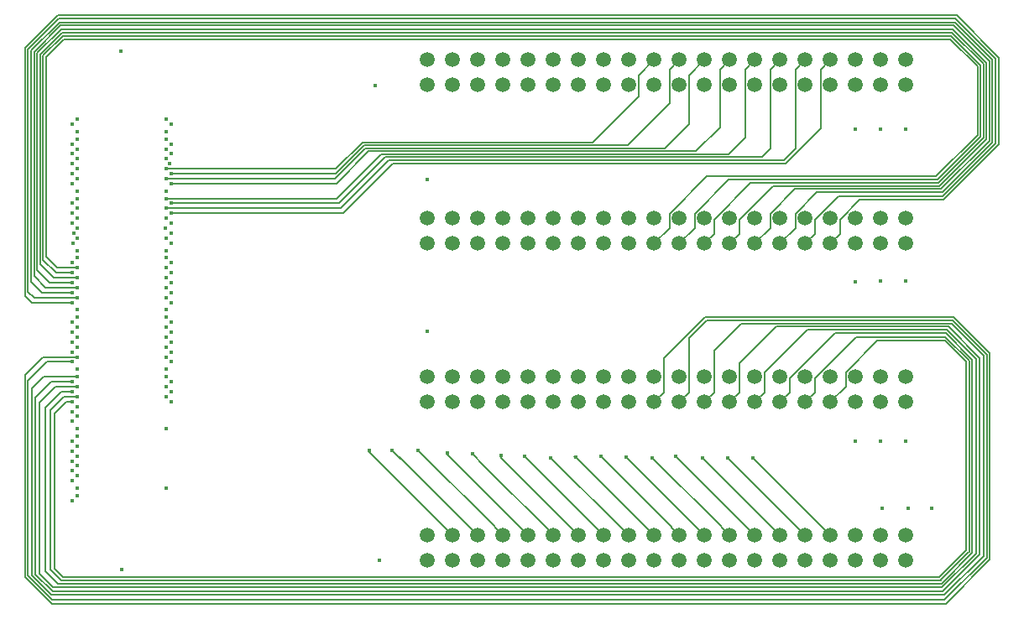
<source format=gbr>
%TF.GenerationSoftware,KiCad,Pcbnew,(5.1.5-0-10_14)*%
%TF.CreationDate,2020-01-28T13:49:23+01:00*%
%TF.ProjectId,multiblade_adapter,6d756c74-6962-46c6-9164-655f61646170,rev?*%
%TF.SameCoordinates,Original*%
%TF.FileFunction,Copper,L2,Inr*%
%TF.FilePolarity,Positive*%
%FSLAX46Y46*%
G04 Gerber Fmt 4.6, Leading zero omitted, Abs format (unit mm)*
G04 Created by KiCad (PCBNEW (5.1.5-0-10_14)) date 2020-01-28 13:49:23*
%MOMM*%
%LPD*%
G04 APERTURE LIST*
%ADD10C,1.500000*%
%ADD11C,0.400000*%
%ADD12C,0.150000*%
G04 APERTURE END LIST*
D10*
X109110000Y-107290000D03*
X109110000Y-104750000D03*
X106570000Y-107290000D03*
X106570000Y-104750000D03*
X104030000Y-107290000D03*
X104030000Y-104750000D03*
X101490000Y-107290000D03*
X101490000Y-104750000D03*
X98950000Y-107290000D03*
X98950000Y-104750000D03*
X96410000Y-107290000D03*
X96410000Y-104750000D03*
X93870000Y-107290000D03*
X93870000Y-104750000D03*
X91330000Y-107290000D03*
X91330000Y-104750000D03*
X88790000Y-107290000D03*
X88790000Y-104750000D03*
X86250000Y-107290000D03*
X86250000Y-104750000D03*
X83710000Y-107290000D03*
X83710000Y-104750000D03*
X81170000Y-107290000D03*
X81170000Y-104750000D03*
X78630000Y-107290000D03*
X78630000Y-104750000D03*
X76090000Y-107290000D03*
X76090000Y-104750000D03*
X73550000Y-107290000D03*
X73550000Y-104750000D03*
X71010000Y-107290000D03*
X71010000Y-104750000D03*
X68470000Y-107290000D03*
X68470000Y-104750000D03*
X65930000Y-107290000D03*
X65930000Y-104750000D03*
X63390000Y-107290000D03*
X63390000Y-104750000D03*
X60850000Y-107290000D03*
X60850000Y-104750000D03*
X109110000Y-123290000D03*
X109110000Y-120750000D03*
X106570000Y-123290000D03*
X106570000Y-120750000D03*
X104030000Y-123290000D03*
X104030000Y-120750000D03*
X101490000Y-123290000D03*
X101490000Y-120750000D03*
X98950000Y-123290000D03*
X98950000Y-120750000D03*
X96410000Y-123290000D03*
X96410000Y-120750000D03*
X93870000Y-123290000D03*
X93870000Y-120750000D03*
X91330000Y-123290000D03*
X91330000Y-120750000D03*
X88790000Y-123290000D03*
X88790000Y-120750000D03*
X86250000Y-123290000D03*
X86250000Y-120750000D03*
X83710000Y-123290000D03*
X83710000Y-120750000D03*
X81170000Y-123290000D03*
X81170000Y-120750000D03*
X78630000Y-123290000D03*
X78630000Y-120750000D03*
X76090000Y-123290000D03*
X76090000Y-120750000D03*
X73550000Y-123290000D03*
X73550000Y-120750000D03*
X71010000Y-123290000D03*
X71010000Y-120750000D03*
X68470000Y-123290000D03*
X68470000Y-120750000D03*
X65930000Y-123290000D03*
X65930000Y-120750000D03*
X63390000Y-123290000D03*
X63390000Y-120750000D03*
X60850000Y-123290000D03*
X60850000Y-120750000D03*
X109110000Y-139290000D03*
X109110000Y-136750000D03*
X106570000Y-139290000D03*
X106570000Y-136750000D03*
X104030000Y-139290000D03*
X104030000Y-136750000D03*
X101490000Y-139290000D03*
X101490000Y-136750000D03*
X98950000Y-139290000D03*
X98950000Y-136750000D03*
X96410000Y-139290000D03*
X96410000Y-136750000D03*
X93870000Y-139290000D03*
X93870000Y-136750000D03*
X91330000Y-139290000D03*
X91330000Y-136750000D03*
X88790000Y-139290000D03*
X88790000Y-136750000D03*
X86250000Y-139290000D03*
X86250000Y-136750000D03*
X83710000Y-139290000D03*
X83710000Y-136750000D03*
X81170000Y-139290000D03*
X81170000Y-136750000D03*
X78630000Y-139290000D03*
X78630000Y-136750000D03*
X76090000Y-139290000D03*
X76090000Y-136750000D03*
X73550000Y-139290000D03*
X73550000Y-136750000D03*
X71010000Y-139290000D03*
X71010000Y-136750000D03*
X68470000Y-139290000D03*
X68470000Y-136750000D03*
X65930000Y-139290000D03*
X65930000Y-136750000D03*
X63390000Y-139290000D03*
X63390000Y-136750000D03*
X60850000Y-139290000D03*
X60850000Y-136750000D03*
X109110000Y-155290000D03*
X109110000Y-152750000D03*
X106570000Y-155290000D03*
X106570000Y-152750000D03*
X104030000Y-155290000D03*
X104030000Y-152750000D03*
X101490000Y-155290000D03*
X101490000Y-152750000D03*
X98950000Y-155290000D03*
X98950000Y-152750000D03*
X96410000Y-155290000D03*
X96410000Y-152750000D03*
X93870000Y-155290000D03*
X93870000Y-152750000D03*
X91330000Y-155290000D03*
X91330000Y-152750000D03*
X88790000Y-155290000D03*
X88790000Y-152750000D03*
X86250000Y-155290000D03*
X86250000Y-152750000D03*
X83710000Y-155290000D03*
X83710000Y-152750000D03*
X81170000Y-155290000D03*
X81170000Y-152750000D03*
X78630000Y-155290000D03*
X78630000Y-152750000D03*
X76090000Y-155290000D03*
X76090000Y-152750000D03*
X73550000Y-155290000D03*
X73550000Y-152750000D03*
X71010000Y-155290000D03*
X71010000Y-152750000D03*
X68470000Y-155290000D03*
X68470000Y-152750000D03*
X65930000Y-155290000D03*
X65930000Y-152750000D03*
X63390000Y-155290000D03*
X63390000Y-152750000D03*
X60850000Y-155290000D03*
X60850000Y-152750000D03*
D11*
X25500000Y-148000000D03*
X25500000Y-142000000D03*
X25500000Y-136000000D03*
X25500000Y-124000000D03*
X25500000Y-130000000D03*
X25500000Y-112000000D03*
X25500000Y-118000000D03*
X34500000Y-112000000D03*
X34500000Y-118000000D03*
X34500000Y-124000000D03*
X34500000Y-130000000D03*
X34500000Y-136000000D03*
X34500000Y-148000000D03*
X104013000Y-111760000D03*
X55626000Y-107315000D03*
X60850000Y-116823000D03*
X60850000Y-132190000D03*
X56038000Y-155290000D03*
X104030000Y-143273000D03*
X30000000Y-156182000D03*
X29972000Y-103886000D03*
X34500000Y-142000000D03*
X106736500Y-150043500D03*
X109333000Y-149987000D03*
X111760000Y-149987000D03*
X106570000Y-143239000D03*
X109110000Y-143239000D03*
X104013000Y-127127000D03*
X106570000Y-127110000D03*
X109110000Y-127110000D03*
X106570000Y-111743000D03*
X109093000Y-111760000D03*
X25000000Y-120250000D03*
X35000000Y-120250000D03*
X25500000Y-119750000D03*
X34500000Y-119750000D03*
X25000000Y-119250000D03*
X35000000Y-119250000D03*
X25522000Y-118750000D03*
X34500000Y-118750000D03*
X25000000Y-117250000D03*
X35000000Y-117250000D03*
X25500000Y-116750000D03*
X34500000Y-116750000D03*
X25000000Y-116250000D03*
X35000000Y-116250000D03*
X25500000Y-115750000D03*
X34500000Y-115750000D03*
X25000000Y-115250000D03*
X34864000Y-115250000D03*
X25500000Y-114750000D03*
X34500000Y-114750000D03*
X25000000Y-114250000D03*
X35000000Y-114250000D03*
X25500000Y-113750000D03*
X34500000Y-113750000D03*
X25000000Y-113250000D03*
X35000000Y-113250000D03*
X25527000Y-112750000D03*
X34500000Y-112750000D03*
X25000000Y-111250000D03*
X35000000Y-111250000D03*
X25527000Y-110750000D03*
X34500000Y-110750000D03*
X34500000Y-120750000D03*
X25500000Y-120750000D03*
X35000000Y-121250000D03*
X25054000Y-121250000D03*
X34460000Y-121750000D03*
X25500000Y-121750000D03*
X35000000Y-122250000D03*
X25197000Y-122250000D03*
X34500000Y-122750000D03*
X25500000Y-122750000D03*
X35000000Y-123250000D03*
X25086000Y-123250000D03*
X34500000Y-124750000D03*
X25500000Y-124750000D03*
X35000000Y-125250000D03*
X25000000Y-125250000D03*
X34500000Y-125750000D03*
X25500000Y-125750000D03*
X35000000Y-126250000D03*
X25007000Y-126250000D03*
X34500000Y-126750000D03*
X25500000Y-126750000D03*
X35000000Y-127250000D03*
X25000000Y-127250000D03*
X34500000Y-127750000D03*
X25500000Y-127750000D03*
X35000000Y-128250000D03*
X25000000Y-128250000D03*
X34500000Y-128750000D03*
X25500000Y-128750000D03*
X35000000Y-129250000D03*
X25000000Y-129250000D03*
X25000000Y-139250000D03*
X35000000Y-139250000D03*
X25500000Y-138750000D03*
X34500000Y-138750000D03*
X25000000Y-138250000D03*
X35000000Y-138250000D03*
X25500000Y-137750000D03*
X34500000Y-137750000D03*
X25000000Y-137250000D03*
X35000000Y-137250000D03*
X25500000Y-136750000D03*
X34500000Y-136750000D03*
X25000000Y-135250000D03*
X35000000Y-135250000D03*
X25500000Y-134750000D03*
X34500000Y-134750000D03*
X25008000Y-134250000D03*
X35000000Y-134250000D03*
X25508000Y-133750000D03*
X34500000Y-133750000D03*
X25000000Y-133250000D03*
X35000000Y-133250000D03*
X25500000Y-132750000D03*
X34500000Y-132750000D03*
X25000000Y-132250000D03*
X35000000Y-132250000D03*
X25500000Y-131750000D03*
X34500000Y-131750000D03*
X25000000Y-131250000D03*
X35000000Y-131250000D03*
X25500000Y-130750000D03*
X34500000Y-130750000D03*
X54991000Y-144145000D03*
X25500000Y-139750000D03*
X57277000Y-144145000D03*
X25000000Y-140250000D03*
X59944000Y-144145000D03*
X25500000Y-140750000D03*
X62865000Y-144399000D03*
X25000000Y-141250000D03*
X65405000Y-144526000D03*
X25525000Y-142750000D03*
X68326000Y-144653000D03*
X25000000Y-143250000D03*
X70660000Y-144780000D03*
X25541000Y-143750000D03*
X73279000Y-144907000D03*
X25000000Y-144250000D03*
X75779500Y-144819500D03*
X25500000Y-144750000D03*
X78359000Y-144780000D03*
X25000000Y-145250000D03*
X80899000Y-144859000D03*
X25500000Y-145750000D03*
X83566000Y-144907000D03*
X25000000Y-146250000D03*
X85900000Y-144780000D03*
X25500000Y-146750000D03*
X88606500Y-144946500D03*
X25000000Y-147250000D03*
X91107000Y-144907000D03*
X25500000Y-148750000D03*
X93726000Y-144986000D03*
X25000000Y-149250000D03*
D12*
X100514999Y-105725001D02*
X100514999Y-111702001D01*
X101490000Y-104750000D02*
X100514999Y-105725001D01*
X100514999Y-111702001D02*
X97028000Y-115189000D01*
X97028000Y-115189000D02*
X57404000Y-115189000D01*
X52343000Y-120250000D02*
X35000000Y-120250000D01*
X57404000Y-115189000D02*
X52343000Y-120250000D01*
X97974999Y-105725001D02*
X97974999Y-113734001D01*
X98950000Y-104750000D02*
X97974999Y-105725001D01*
X96820010Y-114888990D02*
X56942010Y-114888990D01*
X97974999Y-113734001D02*
X96820010Y-114888990D01*
X52081000Y-119750000D02*
X34500000Y-119750000D01*
X56942010Y-114888990D02*
X52081000Y-119750000D01*
X96410000Y-104750000D02*
X95434999Y-105725001D01*
X95434999Y-113734001D02*
X94580020Y-114588980D01*
X95434999Y-105725001D02*
X95434999Y-113353001D01*
X95434999Y-113353001D02*
X95434999Y-113734001D01*
X95434999Y-113353001D02*
X95434999Y-113607001D01*
X94580020Y-114588980D02*
X56607020Y-114588980D01*
X51946000Y-119250000D02*
X35000000Y-119250000D01*
X56607020Y-114588980D02*
X51946000Y-119250000D01*
X92894999Y-112591001D02*
X91197030Y-114288970D01*
X92894999Y-105725001D02*
X92894999Y-112591001D01*
X93870000Y-104750000D02*
X92894999Y-105725001D01*
X91197030Y-114288970D02*
X56145030Y-114288970D01*
X51684000Y-118750000D02*
X34500000Y-118750000D01*
X56145030Y-114288970D02*
X51684000Y-118750000D01*
X90354999Y-111575001D02*
X87941040Y-113988960D01*
X90354999Y-105725001D02*
X90354999Y-111575001D01*
X91330000Y-104750000D02*
X90354999Y-105725001D01*
X87941040Y-113988960D02*
X54921040Y-113988960D01*
X51660000Y-117250000D02*
X35000000Y-117250000D01*
X54921040Y-113988960D02*
X51660000Y-117250000D01*
X87225001Y-106314999D02*
X87225001Y-111275999D01*
X88790000Y-104750000D02*
X87225001Y-106314999D01*
X84812050Y-113688950D02*
X54586050Y-113688950D01*
X87225001Y-111275999D02*
X84812050Y-113688950D01*
X51525000Y-116750000D02*
X34500000Y-116750000D01*
X54586050Y-113688950D02*
X51525000Y-116750000D01*
X51600722Y-116250000D02*
X35000000Y-116250000D01*
X54461782Y-113388940D02*
X51600722Y-116250000D01*
X85274999Y-105725001D02*
X85274999Y-109162001D01*
X81048060Y-113388940D02*
X54461782Y-113388940D01*
X85274999Y-109162001D02*
X81048060Y-113388940D01*
X86250000Y-104750000D02*
X85274999Y-105725001D01*
X51636000Y-115750000D02*
X34500000Y-115750000D01*
X54297070Y-113088930D02*
X51636000Y-115750000D01*
X77538070Y-113088930D02*
X54297070Y-113088930D01*
X82145001Y-108481999D02*
X77538070Y-113088930D01*
X82145001Y-106314999D02*
X82145001Y-108481999D01*
X83710000Y-104750000D02*
X82145001Y-106314999D01*
X81170000Y-104750000D02*
X81170000Y-104885000D01*
X23515000Y-125750000D02*
X25500000Y-125750000D01*
X22398009Y-104437381D02*
X22398009Y-124633009D01*
X112184176Y-116539990D02*
X116355950Y-112368216D01*
X24173380Y-102662010D02*
X22398009Y-104437381D01*
X116355950Y-105436784D02*
X113581176Y-102662010D01*
X83710000Y-123290000D02*
X85274999Y-121725001D01*
X22398009Y-124633009D02*
X23515000Y-125750000D01*
X116355950Y-112368216D02*
X116355950Y-105436784D01*
X85274999Y-120281999D02*
X89017008Y-116539990D01*
X85274999Y-121725001D02*
X85274999Y-120281999D01*
X89017008Y-116539990D02*
X112184176Y-116539990D01*
X113581176Y-102662010D02*
X24173380Y-102662010D01*
X23380000Y-126250000D02*
X25007000Y-126250000D01*
X113705444Y-102362000D02*
X24049112Y-102362000D01*
X116655960Y-105312516D02*
X113705444Y-102362000D01*
X22075070Y-104336042D02*
X22075070Y-124945070D01*
X22075070Y-124945070D02*
X23380000Y-126250000D01*
X112308444Y-116840000D02*
X116655960Y-112492484D01*
X24049112Y-102362000D02*
X22075070Y-104336042D01*
X87814999Y-120281999D02*
X91256998Y-116840000D01*
X91256998Y-116840000D02*
X112308444Y-116840000D01*
X116655960Y-112492484D02*
X116655960Y-105312516D01*
X87814999Y-121725001D02*
X87814999Y-120281999D01*
X86250000Y-123290000D02*
X87814999Y-121725001D01*
X21775060Y-104211774D02*
X21775060Y-125407060D01*
X116955970Y-112616752D02*
X116955970Y-105188248D01*
X24005834Y-101981000D02*
X21775060Y-104211774D01*
X113748722Y-101981000D02*
X24005834Y-101981000D01*
X116955970Y-105188248D02*
X113748722Y-101981000D01*
X112397732Y-117174990D02*
X116955970Y-112616752D01*
X93462008Y-117174990D02*
X112397732Y-117174990D01*
X89765001Y-122314999D02*
X89765001Y-120871997D01*
X23118000Y-126750000D02*
X25500000Y-126750000D01*
X89765001Y-120871997D02*
X93462008Y-117174990D01*
X21775060Y-125407060D02*
X23118000Y-126750000D01*
X88790000Y-123290000D02*
X89765001Y-122314999D01*
X95701998Y-117475000D02*
X112522000Y-117475000D01*
X21475050Y-125996050D02*
X22729000Y-127250000D01*
X21475050Y-104087506D02*
X21475050Y-125996050D01*
X23881565Y-101680991D02*
X21475050Y-104087506D01*
X113872990Y-101680990D02*
X23881565Y-101680991D01*
X117255980Y-112741020D02*
X117255980Y-105063980D01*
X92305001Y-122314999D02*
X92305001Y-120871997D01*
X92305001Y-120871997D02*
X95701998Y-117475000D01*
X22729000Y-127250000D02*
X25000000Y-127250000D01*
X112522000Y-117475000D02*
X117255980Y-112741020D01*
X117255980Y-105063980D02*
X113872990Y-101680990D01*
X91330000Y-123290000D02*
X92305001Y-122314999D01*
X22340000Y-127750000D02*
X25500000Y-127750000D01*
X107068012Y-101265010D02*
X23873268Y-101265010D01*
X112692176Y-117809990D02*
X117555990Y-112946176D01*
X21175040Y-126585040D02*
X22340000Y-127750000D01*
X21175040Y-103963238D02*
X21175040Y-126585040D01*
X95434999Y-120281999D02*
X97907008Y-117809990D01*
X95434999Y-121725001D02*
X95434999Y-120281999D01*
X97907008Y-117809990D02*
X112692176Y-117809990D01*
X23873268Y-101265010D02*
X21175040Y-103963238D01*
X93870000Y-123290000D02*
X95434999Y-121725001D01*
X117555990Y-111752988D02*
X117555990Y-104902000D01*
X113919000Y-101265010D02*
X23873268Y-101265010D01*
X117555990Y-104902000D02*
X113919000Y-101265010D01*
X117555990Y-112946176D02*
X117555990Y-111752988D01*
X97974999Y-120281999D02*
X97974999Y-121725001D01*
X21951000Y-128250000D02*
X20875030Y-127174030D01*
X100146998Y-118110000D02*
X97974999Y-120281999D01*
X97974999Y-121725001D02*
X96410000Y-123290000D01*
X117856000Y-104734556D02*
X117856000Y-113070444D01*
X114086444Y-100965000D02*
X117856000Y-104734556D01*
X20875030Y-103838970D02*
X23749000Y-100965000D01*
X112816444Y-118110000D02*
X100146998Y-118110000D01*
X25000000Y-128250000D02*
X21951000Y-128250000D01*
X20875030Y-127174030D02*
X20875030Y-103838970D01*
X23749000Y-100965000D02*
X114086444Y-100965000D01*
X117856000Y-113070444D02*
X112816444Y-118110000D01*
X21181000Y-128750000D02*
X25500000Y-128750000D01*
X118190990Y-104645268D02*
X114129722Y-100584000D01*
X20575020Y-128144020D02*
X21181000Y-128750000D01*
X20575020Y-103674258D02*
X20575020Y-128144020D01*
X23665278Y-100584000D02*
X20575020Y-103674258D01*
X112859722Y-118491000D02*
X118190990Y-113159732D01*
X102305998Y-118491000D02*
X112859722Y-118491000D01*
X99925001Y-120871997D02*
X102305998Y-118491000D01*
X98950000Y-123290000D02*
X99925001Y-122314999D01*
X114129722Y-100584000D02*
X23665278Y-100584000D01*
X118190990Y-113159732D02*
X118190990Y-104645268D01*
X99925001Y-122314999D02*
X99925001Y-120871997D01*
X102465001Y-120871997D02*
X104464998Y-118872000D01*
X102465001Y-122314999D02*
X102465001Y-120871997D01*
X101490000Y-123290000D02*
X102465001Y-122314999D01*
X104464998Y-118872000D02*
X112903000Y-118872000D01*
X112903000Y-118872000D02*
X118491000Y-113284000D01*
X118491000Y-104521000D02*
X114245010Y-100275010D01*
X118491000Y-113284000D02*
X118491000Y-104521000D01*
X23549990Y-100275010D02*
X20275010Y-103549990D01*
X114245010Y-100275010D02*
X23549990Y-100275010D01*
X20275010Y-103549990D02*
X20275010Y-128606010D01*
X20919000Y-129250000D02*
X25000000Y-129250000D01*
X20275010Y-128606010D02*
X20919000Y-129250000D01*
X24453000Y-139250000D02*
X25000000Y-139250000D01*
X23241000Y-140462000D02*
X24453000Y-139250000D01*
X23241000Y-156083000D02*
X23241000Y-140462000D01*
X112478722Y-156972000D02*
X24130000Y-156972000D01*
X106240998Y-133096000D02*
X113070444Y-133096000D01*
X115189000Y-154261722D02*
X112478722Y-156972000D01*
X113070444Y-133096000D02*
X115189000Y-135214556D01*
X115189000Y-135214556D02*
X115189000Y-154261722D01*
X103054999Y-137725001D02*
X103054999Y-136281999D01*
X103054999Y-136281999D02*
X106240998Y-133096000D01*
X24130000Y-156972000D02*
X23241000Y-156083000D01*
X101490000Y-139290000D02*
X103054999Y-137725001D01*
X22860000Y-140081000D02*
X24191000Y-138750000D01*
X22860000Y-156210000D02*
X22860000Y-140081000D01*
X23956990Y-157306990D02*
X22860000Y-156210000D01*
X98950000Y-139290000D02*
X99925001Y-138314999D01*
X112608454Y-157306990D02*
X23956990Y-157306990D01*
X112649000Y-157266444D02*
X112608454Y-157306990D01*
X115483546Y-154391454D02*
X112649000Y-157226000D01*
X115523990Y-154391454D02*
X115483546Y-154391454D01*
X115523990Y-135125268D02*
X115523990Y-154391454D01*
X112649000Y-157226000D02*
X112649000Y-157266444D01*
X113113722Y-132715000D02*
X115523990Y-135125268D01*
X104081998Y-132715000D02*
X113113722Y-132715000D01*
X24191000Y-138750000D02*
X25500000Y-138750000D01*
X99925001Y-136871997D02*
X104081998Y-132715000D01*
X99925001Y-138314999D02*
X99925001Y-136871997D01*
X23929000Y-138250000D02*
X25000000Y-138250000D01*
X96410000Y-139290000D02*
X97385001Y-138314999D01*
X22352000Y-156337000D02*
X22352000Y-139827000D01*
X101981000Y-132334000D02*
X113157000Y-132334000D01*
X23622000Y-157607000D02*
X22352000Y-156337000D01*
X97385001Y-136929999D02*
X101981000Y-132334000D01*
X112732722Y-157607000D02*
X23622000Y-157607000D01*
X115824000Y-135001000D02*
X115824000Y-154515722D01*
X113157000Y-132334000D02*
X115824000Y-135001000D01*
X115824000Y-154515722D02*
X112732722Y-157607000D01*
X22352000Y-139827000D02*
X23929000Y-138250000D01*
X97385001Y-138314999D02*
X97385001Y-136929999D01*
X94845001Y-136294999D02*
X99175970Y-131964030D01*
X94845001Y-138314999D02*
X94845001Y-136294999D01*
X93870000Y-139290000D02*
X94845001Y-138314999D01*
X99175970Y-131964030D02*
X113251752Y-131964030D01*
X113251752Y-131964030D02*
X116205000Y-134917278D01*
X116205000Y-134917278D02*
X116205000Y-154559000D01*
X116205000Y-154559000D02*
X112776000Y-157988000D01*
X112776000Y-157988000D02*
X23033112Y-157988000D01*
X23033112Y-157988000D02*
X21717000Y-156671888D01*
X21717000Y-156671888D02*
X21717000Y-139319000D01*
X23286000Y-137750000D02*
X25500000Y-137750000D01*
X21717000Y-139319000D02*
X23286000Y-137750000D01*
X92305001Y-135405999D02*
X96046980Y-131664020D01*
X92305001Y-138314999D02*
X92305001Y-135405999D01*
X91330000Y-139290000D02*
X92305001Y-138314999D01*
X96046980Y-131664020D02*
X113376020Y-131664020D01*
X113376020Y-131664020D02*
X116586000Y-134874000D01*
X116586000Y-154686000D02*
X112822010Y-158449990D01*
X116586000Y-134874000D02*
X116586000Y-154686000D01*
X112822010Y-158449990D02*
X23070824Y-158449990D01*
X23070824Y-158449990D02*
X21336000Y-156715166D01*
X21336000Y-156715166D02*
X21336000Y-138811000D01*
X22897000Y-137250000D02*
X25000000Y-137250000D01*
X21336000Y-138811000D02*
X22897000Y-137250000D01*
X89765001Y-134135999D02*
X92536990Y-131364010D01*
X89765001Y-138314999D02*
X89765001Y-134135999D01*
X88790000Y-139290000D02*
X89765001Y-138314999D01*
X92536990Y-131364010D02*
X113751454Y-131364010D01*
X113751454Y-131364010D02*
X116967000Y-134579556D01*
X116967000Y-134579556D02*
X116967000Y-154813000D01*
X116967000Y-154813000D02*
X113030000Y-158750000D01*
X113030000Y-158750000D02*
X22946556Y-158750000D01*
X22946556Y-158750000D02*
X20955000Y-156758444D01*
X20955000Y-156758444D02*
X20955000Y-137922000D01*
X22127000Y-136750000D02*
X25500000Y-136750000D01*
X20955000Y-137922000D02*
X22127000Y-136750000D01*
X20575020Y-137158980D02*
X22484000Y-135250000D01*
X22484000Y-135250000D02*
X25000000Y-135250000D01*
X20575020Y-156802742D02*
X20575020Y-137158980D01*
X113030000Y-159258000D02*
X23030278Y-159258000D01*
X23030278Y-159258000D02*
X20575020Y-156802742D01*
X117301990Y-154986010D02*
X113030000Y-159258000D01*
X86250000Y-139290000D02*
X87225001Y-138314999D01*
X89027000Y-131064000D02*
X113875722Y-131064000D01*
X117301990Y-134490268D02*
X117301990Y-154986010D01*
X113875722Y-131064000D02*
X117301990Y-134490268D01*
X87225001Y-132865999D02*
X89027000Y-131064000D01*
X87225001Y-138314999D02*
X87225001Y-132865999D01*
X22098000Y-134747000D02*
X22101000Y-134750000D01*
X20275010Y-136569990D02*
X22098000Y-134747000D01*
X20275010Y-156927010D02*
X20275010Y-136569990D01*
X113157000Y-159639000D02*
X22987000Y-159639000D01*
X88900000Y-130683000D02*
X113919000Y-130683000D01*
X117602000Y-155194000D02*
X113157000Y-159639000D01*
X113919000Y-130683000D02*
X117602000Y-134366000D01*
X22101000Y-134750000D02*
X25500000Y-134750000D01*
X84685001Y-138314999D02*
X84685001Y-134897999D01*
X22987000Y-159639000D02*
X20275010Y-156927010D01*
X83710000Y-139290000D02*
X84685001Y-138314999D01*
X84685001Y-134897999D02*
X88900000Y-130683000D01*
X117602000Y-134366000D02*
X117602000Y-155194000D01*
X54991000Y-144351000D02*
X54991000Y-144145000D01*
X63390000Y-152750000D02*
X54991000Y-144351000D01*
X58063000Y-144883000D02*
X58039000Y-144859000D01*
X58142000Y-145010000D02*
X57277000Y-144145000D01*
X58190000Y-145010000D02*
X58142000Y-145010000D01*
X65930000Y-152750000D02*
X58190000Y-145010000D01*
X58190000Y-145010000D02*
X58063000Y-144883000D01*
X61341000Y-145542000D02*
X61341000Y-145542000D01*
X67720001Y-152000001D02*
X68470000Y-152750000D01*
X67720001Y-151921001D02*
X67720001Y-152000001D01*
X59944000Y-144145000D02*
X67720001Y-151921001D01*
X62865000Y-144605000D02*
X62865000Y-144399000D01*
X71010000Y-152750000D02*
X62865000Y-144605000D01*
X73550000Y-152671000D02*
X73550000Y-152750000D01*
X65405000Y-144526000D02*
X66548000Y-145669000D01*
X66548000Y-145669000D02*
X73550000Y-152671000D01*
X66421000Y-145542000D02*
X66548000Y-145669000D01*
X68326000Y-144986000D02*
X76090000Y-152750000D01*
X68326000Y-144653000D02*
X68326000Y-144986000D01*
X78630000Y-152036000D02*
X78630000Y-152750000D01*
X78630000Y-152750000D02*
X70660000Y-144780000D01*
X70660000Y-144780000D02*
X70660000Y-144780000D01*
X80420001Y-152000001D02*
X80372001Y-152000001D01*
X81170000Y-152750000D02*
X80420001Y-152000001D01*
X80372001Y-152000001D02*
X73279000Y-144907000D01*
X73279000Y-144907000D02*
X73279000Y-144907000D01*
X83710000Y-152750000D02*
X75779500Y-144819500D01*
X75740000Y-144780000D02*
X75692000Y-144780000D01*
X75779500Y-144819500D02*
X75740000Y-144780000D01*
X85500001Y-152000001D02*
X85500001Y-151921001D01*
X86250000Y-152750000D02*
X85500001Y-152000001D01*
X85500001Y-151921001D02*
X78359000Y-144780000D01*
X78359000Y-144780000D02*
X78359000Y-144780000D01*
X88790000Y-152750000D02*
X80899000Y-144859000D01*
X80899000Y-144859000D02*
X80899000Y-144859000D01*
X90580001Y-152000001D02*
X90580001Y-151921001D01*
X91330000Y-152750000D02*
X90580001Y-152000001D01*
X90580001Y-151921001D02*
X83566000Y-144907000D01*
X83566000Y-144907000D02*
X83566000Y-144907000D01*
X93870000Y-152750000D02*
X85900000Y-144780000D01*
X85900000Y-144780000D02*
X85900000Y-144780000D01*
X96410000Y-152750000D02*
X88606500Y-144946500D01*
X88606500Y-144946500D02*
X88567000Y-144907000D01*
X98950000Y-152510000D02*
X98950000Y-152750000D01*
X98950000Y-152750000D02*
X91107000Y-144907000D01*
X91107000Y-144907000D02*
X91107000Y-144907000D01*
X101490000Y-152750000D02*
X93726000Y-144986000D01*
X93726000Y-144986000D02*
X93726000Y-144986000D01*
M02*

</source>
